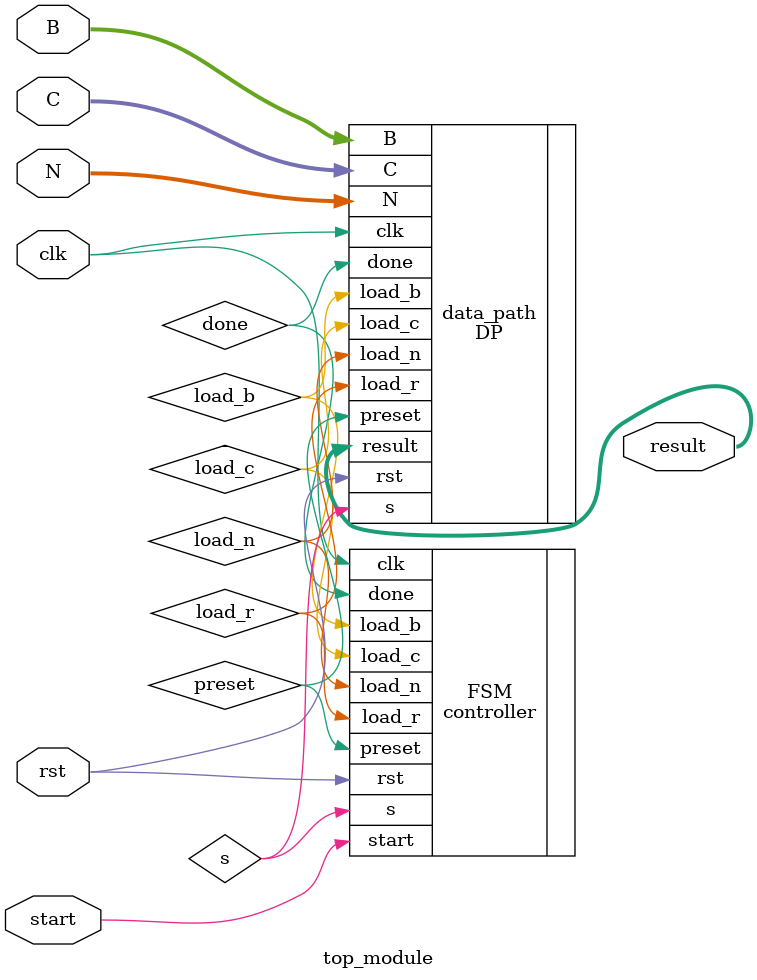
<source format=v>
`timescale 1ns / 1ps
module top_module(
    input start,
    input clk,
    input rst,
    input [5:0] N,
    input [5:0] B,
    input [5:0] C,
    output [5:0] result
    );

	wire load_c ,load_b ,load_n ,s ,preset ,load_r ,done;
	
	 DP data_path(.B(B),
					  .N(N),
					  .C(C),
					  .load_n(load_n),
					  .load_c(load_c),
					  .load_r(load_r),
					  .load_b(load_b),
					  .s(s),
					  .rst(rst),
					  .clk(clk),
					  .preset(preset),
					  .result(result),
					  .done(done)
						);
	controller FSM (.done(done),
						 .rst(rst),
						 .clk(clk),
						 .start(start),
						 .load_n(load_n),
						 .load_c(load_c),
						 .load_r(load_r),
						 .load_b(load_b),
						 .s(s),
						 .preset(preset)
							);

endmodule

</source>
